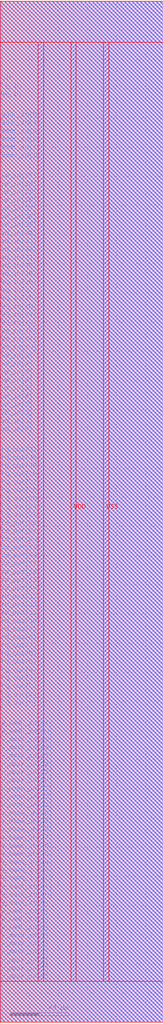
<source format=lef>
VERSION 5.7 ;
BUSBITCHARS "[]" ;
MACRO sram_64x32
  FOREIGN sram_64x32 0 0 ;
  SYMMETRY X Y R90 ;
  SIZE 112.100 BY 700.000 ;
  CLASS BLOCK ;
  PIN w_mask_in[0]
    DIRECTION INPUT ;
    USE SIGNAL ;
    SHAPE ABUTMENT ;
    PORT
      LAYER met3 ;
      RECT 0.000 27.550 0.900 28.450 ;
    END
  END w_mask_in[0]
  PIN w_mask_in[1]
    DIRECTION INPUT ;
    USE SIGNAL ;
    SHAPE ABUTMENT ;
    PORT
      LAYER met3 ;
      RECT 0.000 33.150 0.900 34.050 ;
    END
  END w_mask_in[1]
  PIN w_mask_in[2]
    DIRECTION INPUT ;
    USE SIGNAL ;
    SHAPE ABUTMENT ;
    PORT
      LAYER met3 ;
      RECT 0.000 38.750 0.900 39.650 ;
    END
  END w_mask_in[2]
  PIN w_mask_in[3]
    DIRECTION INPUT ;
    USE SIGNAL ;
    SHAPE ABUTMENT ;
    PORT
      LAYER met3 ;
      RECT 0.000 44.350 0.900 45.250 ;
    END
  END w_mask_in[3]
  PIN w_mask_in[4]
    DIRECTION INPUT ;
    USE SIGNAL ;
    SHAPE ABUTMENT ;
    PORT
      LAYER met3 ;
      RECT 0.000 49.950 0.900 50.850 ;
    END
  END w_mask_in[4]
  PIN w_mask_in[5]
    DIRECTION INPUT ;
    USE SIGNAL ;
    SHAPE ABUTMENT ;
    PORT
      LAYER met3 ;
      RECT 0.000 55.550 0.900 56.450 ;
    END
  END w_mask_in[5]
  PIN w_mask_in[6]
    DIRECTION INPUT ;
    USE SIGNAL ;
    SHAPE ABUTMENT ;
    PORT
      LAYER met3 ;
      RECT 0.000 61.150 0.900 62.050 ;
    END
  END w_mask_in[6]
  PIN w_mask_in[7]
    DIRECTION INPUT ;
    USE SIGNAL ;
    SHAPE ABUTMENT ;
    PORT
      LAYER met3 ;
      RECT 0.000 66.750 0.900 67.650 ;
    END
  END w_mask_in[7]
  PIN w_mask_in[8]
    DIRECTION INPUT ;
    USE SIGNAL ;
    SHAPE ABUTMENT ;
    PORT
      LAYER met3 ;
      RECT 0.000 72.350 0.900 73.250 ;
    END
  END w_mask_in[8]
  PIN w_mask_in[9]
    DIRECTION INPUT ;
    USE SIGNAL ;
    SHAPE ABUTMENT ;
    PORT
      LAYER met3 ;
      RECT 0.000 77.950 0.900 78.850 ;
    END
  END w_mask_in[9]
  PIN w_mask_in[10]
    DIRECTION INPUT ;
    USE SIGNAL ;
    SHAPE ABUTMENT ;
    PORT
      LAYER met3 ;
      RECT 0.000 83.550 0.900 84.450 ;
    END
  END w_mask_in[10]
  PIN w_mask_in[11]
    DIRECTION INPUT ;
    USE SIGNAL ;
    SHAPE ABUTMENT ;
    PORT
      LAYER met3 ;
      RECT 0.000 89.150 0.900 90.050 ;
    END
  END w_mask_in[11]
  PIN w_mask_in[12]
    DIRECTION INPUT ;
    USE SIGNAL ;
    SHAPE ABUTMENT ;
    PORT
      LAYER met3 ;
      RECT 0.000 94.750 0.900 95.650 ;
    END
  END w_mask_in[12]
  PIN w_mask_in[13]
    DIRECTION INPUT ;
    USE SIGNAL ;
    SHAPE ABUTMENT ;
    PORT
      LAYER met3 ;
      RECT 0.000 100.350 0.900 101.250 ;
    END
  END w_mask_in[13]
  PIN w_mask_in[14]
    DIRECTION INPUT ;
    USE SIGNAL ;
    SHAPE ABUTMENT ;
    PORT
      LAYER met3 ;
      RECT 0.000 105.950 0.900 106.850 ;
    END
  END w_mask_in[14]
  PIN w_mask_in[15]
    DIRECTION INPUT ;
    USE SIGNAL ;
    SHAPE ABUTMENT ;
    PORT
      LAYER met3 ;
      RECT 0.000 111.550 0.900 112.450 ;
    END
  END w_mask_in[15]
  PIN w_mask_in[16]
    DIRECTION INPUT ;
    USE SIGNAL ;
    SHAPE ABUTMENT ;
    PORT
      LAYER met3 ;
      RECT 0.000 117.150 0.900 118.050 ;
    END
  END w_mask_in[16]
  PIN w_mask_in[17]
    DIRECTION INPUT ;
    USE SIGNAL ;
    SHAPE ABUTMENT ;
    PORT
      LAYER met3 ;
      RECT 0.000 122.750 0.900 123.650 ;
    END
  END w_mask_in[17]
  PIN w_mask_in[18]
    DIRECTION INPUT ;
    USE SIGNAL ;
    SHAPE ABUTMENT ;
    PORT
      LAYER met3 ;
      RECT 0.000 128.350 0.900 129.250 ;
    END
  END w_mask_in[18]
  PIN w_mask_in[19]
    DIRECTION INPUT ;
    USE SIGNAL ;
    SHAPE ABUTMENT ;
    PORT
      LAYER met3 ;
      RECT 0.000 133.950 0.900 134.850 ;
    END
  END w_mask_in[19]
  PIN w_mask_in[20]
    DIRECTION INPUT ;
    USE SIGNAL ;
    SHAPE ABUTMENT ;
    PORT
      LAYER met3 ;
      RECT 0.000 139.550 0.900 140.450 ;
    END
  END w_mask_in[20]
  PIN w_mask_in[21]
    DIRECTION INPUT ;
    USE SIGNAL ;
    SHAPE ABUTMENT ;
    PORT
      LAYER met3 ;
      RECT 0.000 145.150 0.900 146.050 ;
    END
  END w_mask_in[21]
  PIN w_mask_in[22]
    DIRECTION INPUT ;
    USE SIGNAL ;
    SHAPE ABUTMENT ;
    PORT
      LAYER met3 ;
      RECT 0.000 150.750 0.900 151.650 ;
    END
  END w_mask_in[22]
  PIN w_mask_in[23]
    DIRECTION INPUT ;
    USE SIGNAL ;
    SHAPE ABUTMENT ;
    PORT
      LAYER met3 ;
      RECT 0.000 156.350 0.900 157.250 ;
    END
  END w_mask_in[23]
  PIN w_mask_in[24]
    DIRECTION INPUT ;
    USE SIGNAL ;
    SHAPE ABUTMENT ;
    PORT
      LAYER met3 ;
      RECT 0.000 161.950 0.900 162.850 ;
    END
  END w_mask_in[24]
  PIN w_mask_in[25]
    DIRECTION INPUT ;
    USE SIGNAL ;
    SHAPE ABUTMENT ;
    PORT
      LAYER met3 ;
      RECT 0.000 167.550 0.900 168.450 ;
    END
  END w_mask_in[25]
  PIN w_mask_in[26]
    DIRECTION INPUT ;
    USE SIGNAL ;
    SHAPE ABUTMENT ;
    PORT
      LAYER met3 ;
      RECT 0.000 173.150 0.900 174.050 ;
    END
  END w_mask_in[26]
  PIN w_mask_in[27]
    DIRECTION INPUT ;
    USE SIGNAL ;
    SHAPE ABUTMENT ;
    PORT
      LAYER met3 ;
      RECT 0.000 178.750 0.900 179.650 ;
    END
  END w_mask_in[27]
  PIN w_mask_in[28]
    DIRECTION INPUT ;
    USE SIGNAL ;
    SHAPE ABUTMENT ;
    PORT
      LAYER met3 ;
      RECT 0.000 184.350 0.900 185.250 ;
    END
  END w_mask_in[28]
  PIN w_mask_in[29]
    DIRECTION INPUT ;
    USE SIGNAL ;
    SHAPE ABUTMENT ;
    PORT
      LAYER met3 ;
      RECT 0.000 189.950 0.900 190.850 ;
    END
  END w_mask_in[29]
  PIN w_mask_in[30]
    DIRECTION INPUT ;
    USE SIGNAL ;
    SHAPE ABUTMENT ;
    PORT
      LAYER met3 ;
      RECT 0.000 195.550 0.900 196.450 ;
    END
  END w_mask_in[30]
  PIN w_mask_in[31]
    DIRECTION INPUT ;
    USE SIGNAL ;
    SHAPE ABUTMENT ;
    PORT
      LAYER met3 ;
      RECT 0.000 201.150 0.900 202.050 ;
    END
  END w_mask_in[31]
  PIN rd_out[0]
    DIRECTION OUTPUT ;
    USE SIGNAL ;
    SHAPE ABUTMENT ;
    PORT
      LAYER met3 ;
      RECT 0.000 215.150 0.900 216.050 ;
    END
  END rd_out[0]
  PIN rd_out[1]
    DIRECTION OUTPUT ;
    USE SIGNAL ;
    SHAPE ABUTMENT ;
    PORT
      LAYER met3 ;
      RECT 0.000 220.750 0.900 221.650 ;
    END
  END rd_out[1]
  PIN rd_out[2]
    DIRECTION OUTPUT ;
    USE SIGNAL ;
    SHAPE ABUTMENT ;
    PORT
      LAYER met3 ;
      RECT 0.000 226.350 0.900 227.250 ;
    END
  END rd_out[2]
  PIN rd_out[3]
    DIRECTION OUTPUT ;
    USE SIGNAL ;
    SHAPE ABUTMENT ;
    PORT
      LAYER met3 ;
      RECT 0.000 231.950 0.900 232.850 ;
    END
  END rd_out[3]
  PIN rd_out[4]
    DIRECTION OUTPUT ;
    USE SIGNAL ;
    SHAPE ABUTMENT ;
    PORT
      LAYER met3 ;
      RECT 0.000 237.550 0.900 238.450 ;
    END
  END rd_out[4]
  PIN rd_out[5]
    DIRECTION OUTPUT ;
    USE SIGNAL ;
    SHAPE ABUTMENT ;
    PORT
      LAYER met3 ;
      RECT 0.000 243.150 0.900 244.050 ;
    END
  END rd_out[5]
  PIN rd_out[6]
    DIRECTION OUTPUT ;
    USE SIGNAL ;
    SHAPE ABUTMENT ;
    PORT
      LAYER met3 ;
      RECT 0.000 248.750 0.900 249.650 ;
    END
  END rd_out[6]
  PIN rd_out[7]
    DIRECTION OUTPUT ;
    USE SIGNAL ;
    SHAPE ABUTMENT ;
    PORT
      LAYER met3 ;
      RECT 0.000 254.350 0.900 255.250 ;
    END
  END rd_out[7]
  PIN rd_out[8]
    DIRECTION OUTPUT ;
    USE SIGNAL ;
    SHAPE ABUTMENT ;
    PORT
      LAYER met3 ;
      RECT 0.000 259.950 0.900 260.850 ;
    END
  END rd_out[8]
  PIN rd_out[9]
    DIRECTION OUTPUT ;
    USE SIGNAL ;
    SHAPE ABUTMENT ;
    PORT
      LAYER met3 ;
      RECT 0.000 265.550 0.900 266.450 ;
    END
  END rd_out[9]
  PIN rd_out[10]
    DIRECTION OUTPUT ;
    USE SIGNAL ;
    SHAPE ABUTMENT ;
    PORT
      LAYER met3 ;
      RECT 0.000 271.150 0.900 272.050 ;
    END
  END rd_out[10]
  PIN rd_out[11]
    DIRECTION OUTPUT ;
    USE SIGNAL ;
    SHAPE ABUTMENT ;
    PORT
      LAYER met3 ;
      RECT 0.000 276.750 0.900 277.650 ;
    END
  END rd_out[11]
  PIN rd_out[12]
    DIRECTION OUTPUT ;
    USE SIGNAL ;
    SHAPE ABUTMENT ;
    PORT
      LAYER met3 ;
      RECT 0.000 282.350 0.900 283.250 ;
    END
  END rd_out[12]
  PIN rd_out[13]
    DIRECTION OUTPUT ;
    USE SIGNAL ;
    SHAPE ABUTMENT ;
    PORT
      LAYER met3 ;
      RECT 0.000 287.950 0.900 288.850 ;
    END
  END rd_out[13]
  PIN rd_out[14]
    DIRECTION OUTPUT ;
    USE SIGNAL ;
    SHAPE ABUTMENT ;
    PORT
      LAYER met3 ;
      RECT 0.000 293.550 0.900 294.450 ;
    END
  END rd_out[14]
  PIN rd_out[15]
    DIRECTION OUTPUT ;
    USE SIGNAL ;
    SHAPE ABUTMENT ;
    PORT
      LAYER met3 ;
      RECT 0.000 299.150 0.900 300.050 ;
    END
  END rd_out[15]
  PIN rd_out[16]
    DIRECTION OUTPUT ;
    USE SIGNAL ;
    SHAPE ABUTMENT ;
    PORT
      LAYER met3 ;
      RECT 0.000 304.750 0.900 305.650 ;
    END
  END rd_out[16]
  PIN rd_out[17]
    DIRECTION OUTPUT ;
    USE SIGNAL ;
    SHAPE ABUTMENT ;
    PORT
      LAYER met3 ;
      RECT 0.000 310.350 0.900 311.250 ;
    END
  END rd_out[17]
  PIN rd_out[18]
    DIRECTION OUTPUT ;
    USE SIGNAL ;
    SHAPE ABUTMENT ;
    PORT
      LAYER met3 ;
      RECT 0.000 315.950 0.900 316.850 ;
    END
  END rd_out[18]
  PIN rd_out[19]
    DIRECTION OUTPUT ;
    USE SIGNAL ;
    SHAPE ABUTMENT ;
    PORT
      LAYER met3 ;
      RECT 0.000 321.550 0.900 322.450 ;
    END
  END rd_out[19]
  PIN rd_out[20]
    DIRECTION OUTPUT ;
    USE SIGNAL ;
    SHAPE ABUTMENT ;
    PORT
      LAYER met3 ;
      RECT 0.000 327.150 0.900 328.050 ;
    END
  END rd_out[20]
  PIN rd_out[21]
    DIRECTION OUTPUT ;
    USE SIGNAL ;
    SHAPE ABUTMENT ;
    PORT
      LAYER met3 ;
      RECT 0.000 332.750 0.900 333.650 ;
    END
  END rd_out[21]
  PIN rd_out[22]
    DIRECTION OUTPUT ;
    USE SIGNAL ;
    SHAPE ABUTMENT ;
    PORT
      LAYER met3 ;
      RECT 0.000 338.350 0.900 339.250 ;
    END
  END rd_out[22]
  PIN rd_out[23]
    DIRECTION OUTPUT ;
    USE SIGNAL ;
    SHAPE ABUTMENT ;
    PORT
      LAYER met3 ;
      RECT 0.000 343.950 0.900 344.850 ;
    END
  END rd_out[23]
  PIN rd_out[24]
    DIRECTION OUTPUT ;
    USE SIGNAL ;
    SHAPE ABUTMENT ;
    PORT
      LAYER met3 ;
      RECT 0.000 349.550 0.900 350.450 ;
    END
  END rd_out[24]
  PIN rd_out[25]
    DIRECTION OUTPUT ;
    USE SIGNAL ;
    SHAPE ABUTMENT ;
    PORT
      LAYER met3 ;
      RECT 0.000 355.150 0.900 356.050 ;
    END
  END rd_out[25]
  PIN rd_out[26]
    DIRECTION OUTPUT ;
    USE SIGNAL ;
    SHAPE ABUTMENT ;
    PORT
      LAYER met3 ;
      RECT 0.000 360.750 0.900 361.650 ;
    END
  END rd_out[26]
  PIN rd_out[27]
    DIRECTION OUTPUT ;
    USE SIGNAL ;
    SHAPE ABUTMENT ;
    PORT
      LAYER met3 ;
      RECT 0.000 366.350 0.900 367.250 ;
    END
  END rd_out[27]
  PIN rd_out[28]
    DIRECTION OUTPUT ;
    USE SIGNAL ;
    SHAPE ABUTMENT ;
    PORT
      LAYER met3 ;
      RECT 0.000 371.950 0.900 372.850 ;
    END
  END rd_out[28]
  PIN rd_out[29]
    DIRECTION OUTPUT ;
    USE SIGNAL ;
    SHAPE ABUTMENT ;
    PORT
      LAYER met3 ;
      RECT 0.000 377.550 0.900 378.450 ;
    END
  END rd_out[29]
  PIN rd_out[30]
    DIRECTION OUTPUT ;
    USE SIGNAL ;
    SHAPE ABUTMENT ;
    PORT
      LAYER met3 ;
      RECT 0.000 383.150 0.900 384.050 ;
    END
  END rd_out[30]
  PIN rd_out[31]
    DIRECTION OUTPUT ;
    USE SIGNAL ;
    SHAPE ABUTMENT ;
    PORT
      LAYER met3 ;
      RECT 0.000 388.750 0.900 389.650 ;
    END
  END rd_out[31]
  PIN wd_in[0]
    DIRECTION INPUT ;
    USE SIGNAL ;
    SHAPE ABUTMENT ;
    PORT
      LAYER met3 ;
      RECT 0.000 402.750 0.900 403.650 ;
    END
  END wd_in[0]
  PIN wd_in[1]
    DIRECTION INPUT ;
    USE SIGNAL ;
    SHAPE ABUTMENT ;
    PORT
      LAYER met3 ;
      RECT 0.000 408.350 0.900 409.250 ;
    END
  END wd_in[1]
  PIN wd_in[2]
    DIRECTION INPUT ;
    USE SIGNAL ;
    SHAPE ABUTMENT ;
    PORT
      LAYER met3 ;
      RECT 0.000 413.950 0.900 414.850 ;
    END
  END wd_in[2]
  PIN wd_in[3]
    DIRECTION INPUT ;
    USE SIGNAL ;
    SHAPE ABUTMENT ;
    PORT
      LAYER met3 ;
      RECT 0.000 419.550 0.900 420.450 ;
    END
  END wd_in[3]
  PIN wd_in[4]
    DIRECTION INPUT ;
    USE SIGNAL ;
    SHAPE ABUTMENT ;
    PORT
      LAYER met3 ;
      RECT 0.000 425.150 0.900 426.050 ;
    END
  END wd_in[4]
  PIN wd_in[5]
    DIRECTION INPUT ;
    USE SIGNAL ;
    SHAPE ABUTMENT ;
    PORT
      LAYER met3 ;
      RECT 0.000 430.750 0.900 431.650 ;
    END
  END wd_in[5]
  PIN wd_in[6]
    DIRECTION INPUT ;
    USE SIGNAL ;
    SHAPE ABUTMENT ;
    PORT
      LAYER met3 ;
      RECT 0.000 436.350 0.900 437.250 ;
    END
  END wd_in[6]
  PIN wd_in[7]
    DIRECTION INPUT ;
    USE SIGNAL ;
    SHAPE ABUTMENT ;
    PORT
      LAYER met3 ;
      RECT 0.000 441.950 0.900 442.850 ;
    END
  END wd_in[7]
  PIN wd_in[8]
    DIRECTION INPUT ;
    USE SIGNAL ;
    SHAPE ABUTMENT ;
    PORT
      LAYER met3 ;
      RECT 0.000 447.550 0.900 448.450 ;
    END
  END wd_in[8]
  PIN wd_in[9]
    DIRECTION INPUT ;
    USE SIGNAL ;
    SHAPE ABUTMENT ;
    PORT
      LAYER met3 ;
      RECT 0.000 453.150 0.900 454.050 ;
    END
  END wd_in[9]
  PIN wd_in[10]
    DIRECTION INPUT ;
    USE SIGNAL ;
    SHAPE ABUTMENT ;
    PORT
      LAYER met3 ;
      RECT 0.000 458.750 0.900 459.650 ;
    END
  END wd_in[10]
  PIN wd_in[11]
    DIRECTION INPUT ;
    USE SIGNAL ;
    SHAPE ABUTMENT ;
    PORT
      LAYER met3 ;
      RECT 0.000 464.350 0.900 465.250 ;
    END
  END wd_in[11]
  PIN wd_in[12]
    DIRECTION INPUT ;
    USE SIGNAL ;
    SHAPE ABUTMENT ;
    PORT
      LAYER met3 ;
      RECT 0.000 469.950 0.900 470.850 ;
    END
  END wd_in[12]
  PIN wd_in[13]
    DIRECTION INPUT ;
    USE SIGNAL ;
    SHAPE ABUTMENT ;
    PORT
      LAYER met3 ;
      RECT 0.000 475.550 0.900 476.450 ;
    END
  END wd_in[13]
  PIN wd_in[14]
    DIRECTION INPUT ;
    USE SIGNAL ;
    SHAPE ABUTMENT ;
    PORT
      LAYER met3 ;
      RECT 0.000 481.150 0.900 482.050 ;
    END
  END wd_in[14]
  PIN wd_in[15]
    DIRECTION INPUT ;
    USE SIGNAL ;
    SHAPE ABUTMENT ;
    PORT
      LAYER met3 ;
      RECT 0.000 486.750 0.900 487.650 ;
    END
  END wd_in[15]
  PIN wd_in[16]
    DIRECTION INPUT ;
    USE SIGNAL ;
    SHAPE ABUTMENT ;
    PORT
      LAYER met3 ;
      RECT 0.000 492.350 0.900 493.250 ;
    END
  END wd_in[16]
  PIN wd_in[17]
    DIRECTION INPUT ;
    USE SIGNAL ;
    SHAPE ABUTMENT ;
    PORT
      LAYER met3 ;
      RECT 0.000 497.950 0.900 498.850 ;
    END
  END wd_in[17]
  PIN wd_in[18]
    DIRECTION INPUT ;
    USE SIGNAL ;
    SHAPE ABUTMENT ;
    PORT
      LAYER met3 ;
      RECT 0.000 503.550 0.900 504.450 ;
    END
  END wd_in[18]
  PIN wd_in[19]
    DIRECTION INPUT ;
    USE SIGNAL ;
    SHAPE ABUTMENT ;
    PORT
      LAYER met3 ;
      RECT 0.000 509.150 0.900 510.050 ;
    END
  END wd_in[19]
  PIN wd_in[20]
    DIRECTION INPUT ;
    USE SIGNAL ;
    SHAPE ABUTMENT ;
    PORT
      LAYER met3 ;
      RECT 0.000 514.750 0.900 515.650 ;
    END
  END wd_in[20]
  PIN wd_in[21]
    DIRECTION INPUT ;
    USE SIGNAL ;
    SHAPE ABUTMENT ;
    PORT
      LAYER met3 ;
      RECT 0.000 520.350 0.900 521.250 ;
    END
  END wd_in[21]
  PIN wd_in[22]
    DIRECTION INPUT ;
    USE SIGNAL ;
    SHAPE ABUTMENT ;
    PORT
      LAYER met3 ;
      RECT 0.000 525.950 0.900 526.850 ;
    END
  END wd_in[22]
  PIN wd_in[23]
    DIRECTION INPUT ;
    USE SIGNAL ;
    SHAPE ABUTMENT ;
    PORT
      LAYER met3 ;
      RECT 0.000 531.550 0.900 532.450 ;
    END
  END wd_in[23]
  PIN wd_in[24]
    DIRECTION INPUT ;
    USE SIGNAL ;
    SHAPE ABUTMENT ;
    PORT
      LAYER met3 ;
      RECT 0.000 537.150 0.900 538.050 ;
    END
  END wd_in[24]
  PIN wd_in[25]
    DIRECTION INPUT ;
    USE SIGNAL ;
    SHAPE ABUTMENT ;
    PORT
      LAYER met3 ;
      RECT 0.000 542.750 0.900 543.650 ;
    END
  END wd_in[25]
  PIN wd_in[26]
    DIRECTION INPUT ;
    USE SIGNAL ;
    SHAPE ABUTMENT ;
    PORT
      LAYER met3 ;
      RECT 0.000 548.350 0.900 549.250 ;
    END
  END wd_in[26]
  PIN wd_in[27]
    DIRECTION INPUT ;
    USE SIGNAL ;
    SHAPE ABUTMENT ;
    PORT
      LAYER met3 ;
      RECT 0.000 553.950 0.900 554.850 ;
    END
  END wd_in[27]
  PIN wd_in[28]
    DIRECTION INPUT ;
    USE SIGNAL ;
    SHAPE ABUTMENT ;
    PORT
      LAYER met3 ;
      RECT 0.000 559.550 0.900 560.450 ;
    END
  END wd_in[28]
  PIN wd_in[29]
    DIRECTION INPUT ;
    USE SIGNAL ;
    SHAPE ABUTMENT ;
    PORT
      LAYER met3 ;
      RECT 0.000 565.150 0.900 566.050 ;
    END
  END wd_in[29]
  PIN wd_in[30]
    DIRECTION INPUT ;
    USE SIGNAL ;
    SHAPE ABUTMENT ;
    PORT
      LAYER met3 ;
      RECT 0.000 570.750 0.900 571.650 ;
    END
  END wd_in[30]
  PIN wd_in[31]
    DIRECTION INPUT ;
    USE SIGNAL ;
    SHAPE ABUTMENT ;
    PORT
      LAYER met3 ;
      RECT 0.000 576.350 0.900 577.250 ;
    END
  END wd_in[31]
  PIN addr_in[0]
    DIRECTION INPUT ;
    USE SIGNAL ;
    SHAPE ABUTMENT ;
    PORT
      LAYER met3 ;
      RECT 0.000 590.350 0.900 591.250 ;
    END
  END addr_in[0]
  PIN addr_in[1]
    DIRECTION INPUT ;
    USE SIGNAL ;
    SHAPE ABUTMENT ;
    PORT
      LAYER met3 ;
      RECT 0.000 595.950 0.900 596.850 ;
    END
  END addr_in[1]
  PIN addr_in[2]
    DIRECTION INPUT ;
    USE SIGNAL ;
    SHAPE ABUTMENT ;
    PORT
      LAYER met3 ;
      RECT 0.000 601.550 0.900 602.450 ;
    END
  END addr_in[2]
  PIN addr_in[3]
    DIRECTION INPUT ;
    USE SIGNAL ;
    SHAPE ABUTMENT ;
    PORT
      LAYER met3 ;
      RECT 0.000 607.150 0.900 608.050 ;
    END
  END addr_in[3]
  PIN addr_in[4]
    DIRECTION INPUT ;
    USE SIGNAL ;
    SHAPE ABUTMENT ;
    PORT
      LAYER met3 ;
      RECT 0.000 612.750 0.900 613.650 ;
    END
  END addr_in[4]
  PIN addr_in[5]
    DIRECTION INPUT ;
    USE SIGNAL ;
    SHAPE ABUTMENT ;
    PORT
      LAYER met3 ;
      RECT 0.000 618.350 0.900 619.250 ;
    END
  END addr_in[5]
  PIN we_in
    DIRECTION INPUT ;
    USE SIGNAL ;
    SHAPE ABUTMENT ;
    PORT
      LAYER met3 ;
      RECT 0.000 632.350 0.900 633.250 ;
    END
  END we_in
  PIN ce_in
    DIRECTION INPUT ;
    USE SIGNAL ;
    SHAPE ABUTMENT ;
    PORT
      LAYER met3 ;
      RECT 0.000 637.950 0.900 638.850 ;
    END
  END ce_in
  PIN clk
    DIRECTION INPUT ;
    USE SIGNAL ;
    SHAPE ABUTMENT ;
    PORT
      LAYER met3 ;
      RECT 0.000 643.550 0.900 644.450 ;
    END
  END clk
  PIN VSS
    DIRECTION INOUT ;
    USE GROUND ;
    PORT
      LAYER met4 ;
      RECT 26.200 28.000 29.800 672.000 ;
      RECT 71.000 28.000 74.600 672.000 ;
    END
  END VSS
  PIN VDD
    DIRECTION INOUT ;
    USE POWER ;
    PORT
      LAYER met4 ;
      RECT 48.600 28.000 52.200 672.000 ;
    END
  END VDD
  OBS
    LAYER met1 ;
    RECT 0 0 112.100 700.000 ;
    LAYER met2 ;
    RECT 0 0 112.100 700.000 ;
    LAYER met3 ;
    RECT 0.900 0 112.100 700.000 ;
    RECT 0 0.000 0.900 27.550 ;
    RECT 0 28.450 0.900 33.150 ;
    RECT 0 34.050 0.900 38.750 ;
    RECT 0 39.650 0.900 44.350 ;
    RECT 0 45.250 0.900 49.950 ;
    RECT 0 50.850 0.900 55.550 ;
    RECT 0 56.450 0.900 61.150 ;
    RECT 0 62.050 0.900 66.750 ;
    RECT 0 67.650 0.900 72.350 ;
    RECT 0 73.250 0.900 77.950 ;
    RECT 0 78.850 0.900 83.550 ;
    RECT 0 84.450 0.900 89.150 ;
    RECT 0 90.050 0.900 94.750 ;
    RECT 0 95.650 0.900 100.350 ;
    RECT 0 101.250 0.900 105.950 ;
    RECT 0 106.850 0.900 111.550 ;
    RECT 0 112.450 0.900 117.150 ;
    RECT 0 118.050 0.900 122.750 ;
    RECT 0 123.650 0.900 128.350 ;
    RECT 0 129.250 0.900 133.950 ;
    RECT 0 134.850 0.900 139.550 ;
    RECT 0 140.450 0.900 145.150 ;
    RECT 0 146.050 0.900 150.750 ;
    RECT 0 151.650 0.900 156.350 ;
    RECT 0 157.250 0.900 161.950 ;
    RECT 0 162.850 0.900 167.550 ;
    RECT 0 168.450 0.900 173.150 ;
    RECT 0 174.050 0.900 178.750 ;
    RECT 0 179.650 0.900 184.350 ;
    RECT 0 185.250 0.900 189.950 ;
    RECT 0 190.850 0.900 195.550 ;
    RECT 0 196.450 0.900 201.150 ;
    RECT 0 202.050 0.900 215.150 ;
    RECT 0 216.050 0.900 220.750 ;
    RECT 0 221.650 0.900 226.350 ;
    RECT 0 227.250 0.900 231.950 ;
    RECT 0 232.850 0.900 237.550 ;
    RECT 0 238.450 0.900 243.150 ;
    RECT 0 244.050 0.900 248.750 ;
    RECT 0 249.650 0.900 254.350 ;
    RECT 0 255.250 0.900 259.950 ;
    RECT 0 260.850 0.900 265.550 ;
    RECT 0 266.450 0.900 271.150 ;
    RECT 0 272.050 0.900 276.750 ;
    RECT 0 277.650 0.900 282.350 ;
    RECT 0 283.250 0.900 287.950 ;
    RECT 0 288.850 0.900 293.550 ;
    RECT 0 294.450 0.900 299.150 ;
    RECT 0 300.050 0.900 304.750 ;
    RECT 0 305.650 0.900 310.350 ;
    RECT 0 311.250 0.900 315.950 ;
    RECT 0 316.850 0.900 321.550 ;
    RECT 0 322.450 0.900 327.150 ;
    RECT 0 328.050 0.900 332.750 ;
    RECT 0 333.650 0.900 338.350 ;
    RECT 0 339.250 0.900 343.950 ;
    RECT 0 344.850 0.900 349.550 ;
    RECT 0 350.450 0.900 355.150 ;
    RECT 0 356.050 0.900 360.750 ;
    RECT 0 361.650 0.900 366.350 ;
    RECT 0 367.250 0.900 371.950 ;
    RECT 0 372.850 0.900 377.550 ;
    RECT 0 378.450 0.900 383.150 ;
    RECT 0 384.050 0.900 388.750 ;
    RECT 0 389.650 0.900 402.750 ;
    RECT 0 403.650 0.900 408.350 ;
    RECT 0 409.250 0.900 413.950 ;
    RECT 0 414.850 0.900 419.550 ;
    RECT 0 420.450 0.900 425.150 ;
    RECT 0 426.050 0.900 430.750 ;
    RECT 0 431.650 0.900 436.350 ;
    RECT 0 437.250 0.900 441.950 ;
    RECT 0 442.850 0.900 447.550 ;
    RECT 0 448.450 0.900 453.150 ;
    RECT 0 454.050 0.900 458.750 ;
    RECT 0 459.650 0.900 464.350 ;
    RECT 0 465.250 0.900 469.950 ;
    RECT 0 470.850 0.900 475.550 ;
    RECT 0 476.450 0.900 481.150 ;
    RECT 0 482.050 0.900 486.750 ;
    RECT 0 487.650 0.900 492.350 ;
    RECT 0 493.250 0.900 497.950 ;
    RECT 0 498.850 0.900 503.550 ;
    RECT 0 504.450 0.900 509.150 ;
    RECT 0 510.050 0.900 514.750 ;
    RECT 0 515.650 0.900 520.350 ;
    RECT 0 521.250 0.900 525.950 ;
    RECT 0 526.850 0.900 531.550 ;
    RECT 0 532.450 0.900 537.150 ;
    RECT 0 538.050 0.900 542.750 ;
    RECT 0 543.650 0.900 548.350 ;
    RECT 0 549.250 0.900 553.950 ;
    RECT 0 554.850 0.900 559.550 ;
    RECT 0 560.450 0.900 565.150 ;
    RECT 0 566.050 0.900 570.750 ;
    RECT 0 571.650 0.900 576.350 ;
    RECT 0 577.250 0.900 590.350 ;
    RECT 0 591.250 0.900 595.950 ;
    RECT 0 596.850 0.900 601.550 ;
    RECT 0 602.450 0.900 607.150 ;
    RECT 0 608.050 0.900 612.750 ;
    RECT 0 613.650 0.900 618.350 ;
    RECT 0 619.250 0.900 632.350 ;
    RECT 0 633.250 0.900 637.950 ;
    RECT 0 638.850 0.900 643.550 ;
    RECT 0 644.450 0.900 700.000 ;
    LAYER met4 ;
    RECT 0 0 112.100 28.000 ;
    RECT 0 672.000 112.100 700.000 ;
    RECT 0.000 28.000 26.200 672.000 ;
    RECT 29.800 28.000 48.600 672.000 ;
    RECT 52.200 28.000 71.000 672.000 ;
    RECT 74.600 28.000 112.100 672.000 ;
    LAYER OVERLAP ;
    RECT 0 0 112.100 700.000 ;
  END
END sram_64x32

END LIBRARY

</source>
